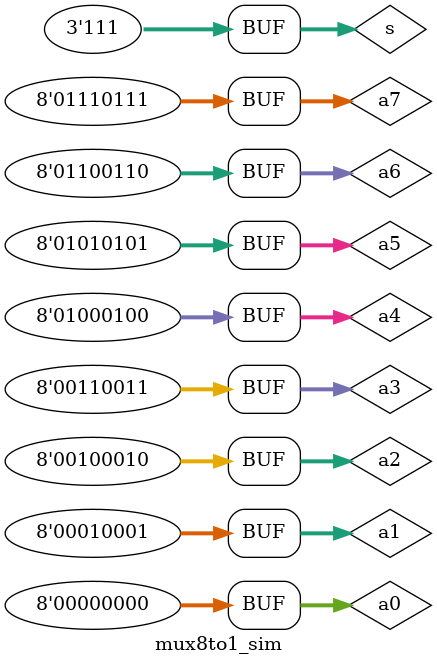
<source format=v>
`timescale 1ns / 1ps


module mux8to1_sim(

    );
    reg [7:0] a0 = 8'b00000000;
    reg [7:0] a1 = 8'b00010001;
    reg [7:0] a2 = 8'b00100010;
    reg [7:0] a3 = 8'b00110011;
    reg [7:0] a4 = 8'b01000100;
    reg [7:0] a5 = 8'b01010101;
    reg [7:0] a6 = 8'b01100110;
    reg [7:0] a7 = 8'b01110111;
    
    reg [2:0] s = 3'b000;
    
    //output
    wire [7:0] q;
    
    mux8to1 #(8) u(a0,a1,a2,a3,a4,a5,a6,a7,s,q);
    
    initial begin
    #200 s = 3'b001;
    #200 s = 3'b010;
    #200 s = 3'b011;
    #200 s = 3'b100;
    #200 s = 3'b101;
    #200 s = 3'b110;
    #200 s = 3'b111;
    end
endmodule

</source>
